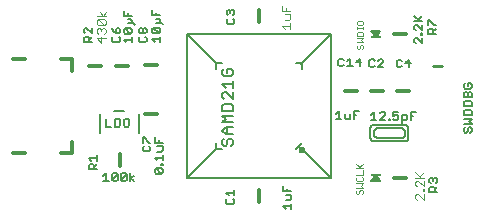
<source format=gto>
G75*
%MOIN*%
%OFA0B0*%
%FSLAX25Y25*%
%IPPOS*%
%LPD*%
%AMOC8*
5,1,8,0,0,1.08239X$1,22.5*
%
%ADD10C,0.00800*%
%ADD11C,0.01200*%
%ADD12C,0.00600*%
%ADD13C,0.00500*%
%ADD14R,0.03500X0.00750*%
%ADD15C,0.00400*%
%ADD16C,0.02362*%
%ADD17C,0.01000*%
%ADD18C,0.00300*%
%ADD19C,0.00200*%
D10*
X0042202Y0036610D02*
X0042202Y0042910D01*
X0047124Y0043894D02*
X0050273Y0043894D01*
X0055195Y0042910D02*
X0055195Y0036610D01*
X0071346Y0021400D02*
X0081346Y0031400D01*
X0081067Y0031120D02*
X0081067Y0033089D01*
X0083144Y0032832D02*
X0083144Y0033966D01*
X0083711Y0034533D01*
X0084845Y0033966D02*
X0085412Y0034533D01*
X0085979Y0034533D01*
X0086546Y0033966D01*
X0086546Y0032832D01*
X0085979Y0032264D01*
X0084845Y0032832D02*
X0084845Y0033966D01*
X0084845Y0032832D02*
X0084278Y0032264D01*
X0083711Y0032264D01*
X0083144Y0032832D01*
X0083035Y0031120D02*
X0081067Y0031120D01*
X0084278Y0036132D02*
X0083144Y0037266D01*
X0084278Y0038400D01*
X0086546Y0038400D01*
X0084845Y0038400D02*
X0084845Y0036132D01*
X0084278Y0036132D02*
X0086546Y0036132D01*
X0086546Y0039999D02*
X0083144Y0039999D01*
X0084278Y0041133D01*
X0083144Y0042268D01*
X0086546Y0042268D01*
X0086546Y0043866D02*
X0086546Y0045568D01*
X0085979Y0046135D01*
X0083711Y0046135D01*
X0083144Y0045568D01*
X0083144Y0043866D01*
X0086546Y0043866D01*
X0086546Y0047734D02*
X0084278Y0050002D01*
X0083711Y0050002D01*
X0083144Y0049435D01*
X0083144Y0048301D01*
X0083711Y0047734D01*
X0086546Y0047734D02*
X0086546Y0050002D01*
X0086546Y0051601D02*
X0086546Y0053870D01*
X0086546Y0052735D02*
X0083144Y0052735D01*
X0084278Y0051601D01*
X0083711Y0055468D02*
X0083144Y0056035D01*
X0083144Y0057170D01*
X0083711Y0057737D01*
X0084845Y0057737D02*
X0084845Y0056603D01*
X0084845Y0057737D02*
X0085979Y0057737D01*
X0086546Y0057170D01*
X0086546Y0056035D01*
X0085979Y0055468D01*
X0083711Y0055468D01*
X0081067Y0057711D02*
X0081067Y0059680D01*
X0083035Y0059680D01*
X0081346Y0059400D02*
X0071346Y0069400D01*
X0071346Y0021400D01*
X0119346Y0021400D01*
X0119346Y0069400D01*
X0071346Y0069400D01*
X0107657Y0059680D02*
X0109626Y0059680D01*
X0109626Y0057711D01*
X0109346Y0059400D02*
X0119346Y0069400D01*
X0109626Y0033089D02*
X0107657Y0031120D01*
X0109346Y0031400D02*
X0119346Y0021400D01*
D11*
X0140346Y0021400D02*
X0144346Y0021400D01*
X0095338Y0017400D02*
X0095338Y0013400D01*
X0048910Y0025336D02*
X0048910Y0029336D01*
X0033157Y0029652D02*
X0033157Y0033589D01*
X0033157Y0029652D02*
X0029220Y0029652D01*
X0017409Y0029652D02*
X0013472Y0029652D01*
X0057346Y0042679D02*
X0061346Y0042679D01*
X0033157Y0057211D02*
X0033157Y0061148D01*
X0033086Y0061120D02*
X0029220Y0061120D01*
X0029220Y0061148D01*
X0038846Y0058900D02*
X0042846Y0058900D01*
X0047625Y0058948D02*
X0051625Y0058948D01*
X0057346Y0059152D02*
X0061346Y0059152D01*
X0095346Y0073400D02*
X0095346Y0077400D01*
X0140346Y0069400D02*
X0144346Y0069400D01*
X0145220Y0050462D02*
X0141220Y0050462D01*
X0136602Y0050408D02*
X0132602Y0050408D01*
X0127878Y0050608D02*
X0123878Y0050608D01*
X0017409Y0061148D02*
X0013472Y0061148D01*
D12*
X0038608Y0025619D02*
X0038608Y0024317D01*
X0041210Y0024317D01*
X0040343Y0024317D02*
X0040343Y0025619D01*
X0039909Y0026052D01*
X0039042Y0026052D01*
X0038608Y0025619D01*
X0040343Y0025185D02*
X0041210Y0026052D01*
X0041210Y0027264D02*
X0041210Y0028999D01*
X0041210Y0028131D02*
X0038608Y0028131D01*
X0039476Y0027264D01*
X0056583Y0030741D02*
X0057017Y0030307D01*
X0058752Y0030307D01*
X0059185Y0030741D01*
X0059185Y0031608D01*
X0058752Y0032042D01*
X0058752Y0033253D02*
X0059185Y0033253D01*
X0058752Y0033253D02*
X0057017Y0034988D01*
X0056583Y0034988D01*
X0056583Y0033253D01*
X0057017Y0032042D02*
X0056583Y0031608D01*
X0056583Y0030741D01*
X0051560Y0038560D02*
X0050693Y0038560D01*
X0050259Y0038994D01*
X0050259Y0040729D01*
X0050693Y0041162D01*
X0051560Y0041162D01*
X0051994Y0040729D01*
X0051994Y0038994D01*
X0051560Y0038560D01*
X0049047Y0038994D02*
X0049047Y0040729D01*
X0048614Y0041162D01*
X0047313Y0041162D01*
X0047313Y0038560D01*
X0048614Y0038560D01*
X0049047Y0038994D01*
X0046101Y0038560D02*
X0044366Y0038560D01*
X0044366Y0041162D01*
X0084408Y0016567D02*
X0087010Y0016567D01*
X0087010Y0015700D02*
X0087010Y0017435D01*
X0085276Y0015700D02*
X0084408Y0016567D01*
X0084842Y0014488D02*
X0084408Y0014055D01*
X0084408Y0013187D01*
X0084842Y0012753D01*
X0086577Y0012753D01*
X0087010Y0013187D01*
X0087010Y0014055D01*
X0086577Y0014488D01*
X0132846Y0020400D02*
X0135846Y0020400D01*
X0134346Y0022400D01*
X0132846Y0020400D01*
X0133139Y0020790D02*
X0135554Y0020790D01*
X0135105Y0021389D02*
X0133588Y0021389D01*
X0134037Y0021987D02*
X0134656Y0021987D01*
X0152144Y0021055D02*
X0152144Y0020187D01*
X0152578Y0019753D01*
X0152578Y0018542D02*
X0153445Y0018542D01*
X0153879Y0018108D01*
X0153879Y0016807D01*
X0153879Y0017674D02*
X0154746Y0018542D01*
X0154313Y0019753D02*
X0154746Y0020187D01*
X0154746Y0021055D01*
X0154313Y0021488D01*
X0153879Y0021488D01*
X0153445Y0021055D01*
X0153445Y0020621D01*
X0153445Y0021055D02*
X0153012Y0021488D01*
X0152578Y0021488D01*
X0152144Y0021055D01*
X0152578Y0018542D02*
X0152144Y0018108D01*
X0152144Y0016807D01*
X0154746Y0016807D01*
X0164078Y0036560D02*
X0164512Y0036560D01*
X0164945Y0036994D01*
X0164945Y0037862D01*
X0165379Y0038295D01*
X0165813Y0038295D01*
X0166246Y0037862D01*
X0166246Y0036994D01*
X0165813Y0036560D01*
X0164078Y0036560D02*
X0163644Y0036994D01*
X0163644Y0037862D01*
X0164078Y0038295D01*
X0163644Y0039507D02*
X0166246Y0039507D01*
X0165379Y0040374D01*
X0166246Y0041242D01*
X0163644Y0041242D01*
X0163644Y0042453D02*
X0163644Y0043755D01*
X0164078Y0044188D01*
X0165813Y0044188D01*
X0166246Y0043755D01*
X0166246Y0042453D01*
X0163644Y0042453D01*
X0163644Y0045400D02*
X0163644Y0046701D01*
X0164078Y0047135D01*
X0165813Y0047135D01*
X0166246Y0046701D01*
X0166246Y0045400D01*
X0163644Y0045400D01*
X0163644Y0048347D02*
X0163644Y0049648D01*
X0164078Y0050081D01*
X0164512Y0050081D01*
X0164945Y0049648D01*
X0164945Y0048347D01*
X0164945Y0049648D02*
X0165379Y0050081D01*
X0165813Y0050081D01*
X0166246Y0049648D01*
X0166246Y0048347D01*
X0163644Y0048347D01*
X0164078Y0051293D02*
X0165813Y0051293D01*
X0166246Y0051727D01*
X0166246Y0052594D01*
X0165813Y0053028D01*
X0164945Y0053028D01*
X0164945Y0052160D01*
X0164078Y0051293D02*
X0163644Y0051727D01*
X0163644Y0052594D01*
X0164078Y0053028D01*
X0145890Y0059627D02*
X0144155Y0059627D01*
X0145456Y0060928D01*
X0145456Y0058326D01*
X0142943Y0058760D02*
X0142510Y0058326D01*
X0141642Y0058326D01*
X0141208Y0058760D01*
X0141208Y0060495D01*
X0141642Y0060928D01*
X0142510Y0060928D01*
X0142943Y0060495D01*
X0136836Y0060613D02*
X0136402Y0061046D01*
X0135535Y0061046D01*
X0135101Y0060613D01*
X0133889Y0060613D02*
X0133456Y0061046D01*
X0132588Y0061046D01*
X0132154Y0060613D01*
X0132154Y0058878D01*
X0132588Y0058444D01*
X0133456Y0058444D01*
X0133889Y0058878D01*
X0135101Y0058444D02*
X0136836Y0060179D01*
X0136836Y0060613D01*
X0136836Y0058444D02*
X0135101Y0058444D01*
X0129482Y0059970D02*
X0127747Y0059970D01*
X0129049Y0061271D01*
X0129049Y0058669D01*
X0126536Y0058669D02*
X0124801Y0058669D01*
X0125668Y0058669D02*
X0125668Y0061271D01*
X0124801Y0060404D01*
X0123589Y0060837D02*
X0123156Y0061271D01*
X0122288Y0061271D01*
X0121854Y0060837D01*
X0121854Y0059102D01*
X0122288Y0058669D01*
X0123156Y0058669D01*
X0123589Y0059102D01*
X0134346Y0068400D02*
X0132846Y0070400D01*
X0135846Y0070400D01*
X0134346Y0068400D01*
X0134143Y0068671D02*
X0134550Y0068671D01*
X0134999Y0069270D02*
X0133694Y0069270D01*
X0133245Y0069868D02*
X0135447Y0069868D01*
X0151596Y0069432D02*
X0151596Y0070733D01*
X0152030Y0071167D01*
X0152897Y0071167D01*
X0153331Y0070733D01*
X0153331Y0069432D01*
X0153331Y0070299D02*
X0154198Y0071167D01*
X0154198Y0072379D02*
X0153765Y0072379D01*
X0152030Y0074113D01*
X0151596Y0074113D01*
X0151596Y0072379D01*
X0151596Y0069432D02*
X0154198Y0069432D01*
X0087146Y0073187D02*
X0087146Y0074055D01*
X0086713Y0074488D01*
X0086713Y0075700D02*
X0087146Y0076134D01*
X0087146Y0077001D01*
X0086713Y0077435D01*
X0086279Y0077435D01*
X0085845Y0077001D01*
X0085845Y0076567D01*
X0085845Y0077001D02*
X0085412Y0077435D01*
X0084978Y0077435D01*
X0084544Y0077001D01*
X0084544Y0076134D01*
X0084978Y0075700D01*
X0084978Y0074488D02*
X0084544Y0074055D01*
X0084544Y0073187D01*
X0084978Y0072753D01*
X0086713Y0072753D01*
X0087146Y0073187D01*
X0057947Y0070948D02*
X0057947Y0070080D01*
X0057514Y0069647D01*
X0057080Y0069647D01*
X0056646Y0070080D01*
X0056646Y0070948D01*
X0057080Y0071381D01*
X0057514Y0071381D01*
X0057947Y0070948D01*
X0056646Y0070948D02*
X0056213Y0071381D01*
X0055779Y0071381D01*
X0055345Y0070948D01*
X0055345Y0070080D01*
X0055779Y0069647D01*
X0056213Y0069647D01*
X0056646Y0070080D01*
X0055779Y0068435D02*
X0055345Y0068001D01*
X0055345Y0067134D01*
X0055779Y0066700D01*
X0057514Y0066700D01*
X0057947Y0067134D01*
X0057947Y0068001D01*
X0057514Y0068435D01*
X0049022Y0068001D02*
X0049022Y0067134D01*
X0048588Y0066700D01*
X0046853Y0066700D01*
X0046420Y0067134D01*
X0046420Y0068001D01*
X0046853Y0068435D01*
X0047721Y0069647D02*
X0047721Y0070948D01*
X0048154Y0071381D01*
X0048588Y0071381D01*
X0049022Y0070948D01*
X0049022Y0070080D01*
X0048588Y0069647D01*
X0047721Y0069647D01*
X0046853Y0070514D01*
X0046420Y0071381D01*
X0048588Y0068435D02*
X0049022Y0068001D01*
X0039546Y0068435D02*
X0038679Y0067567D01*
X0038679Y0068001D02*
X0038679Y0066700D01*
X0039546Y0066700D02*
X0036944Y0066700D01*
X0036944Y0068001D01*
X0037378Y0068435D01*
X0038245Y0068435D01*
X0038679Y0068001D01*
X0039546Y0069647D02*
X0037812Y0071381D01*
X0037378Y0071381D01*
X0036944Y0070948D01*
X0036944Y0070080D01*
X0037378Y0069647D01*
X0039546Y0069647D02*
X0039546Y0071381D01*
D13*
X0050267Y0070948D02*
X0050267Y0070047D01*
X0050718Y0069597D01*
X0052519Y0069597D01*
X0050718Y0071398D01*
X0052519Y0071398D01*
X0052969Y0070948D01*
X0052969Y0070047D01*
X0052519Y0069597D01*
X0052969Y0068452D02*
X0052969Y0066650D01*
X0052969Y0067551D02*
X0050267Y0067551D01*
X0051168Y0066650D01*
X0050267Y0070948D02*
X0050718Y0071398D01*
X0051618Y0072993D02*
X0052519Y0072993D01*
X0053420Y0072993D01*
X0053870Y0072543D01*
X0052969Y0073444D02*
X0052969Y0073894D01*
X0052519Y0074345D01*
X0051618Y0074345D01*
X0051618Y0075490D02*
X0051618Y0076390D01*
X0050267Y0075490D02*
X0050267Y0077291D01*
X0050267Y0075490D02*
X0052969Y0075490D01*
X0052969Y0073444D02*
X0052519Y0072993D01*
X0059684Y0071100D02*
X0060135Y0071550D01*
X0061936Y0069749D01*
X0062387Y0070199D01*
X0062387Y0071100D01*
X0061936Y0071550D01*
X0060135Y0071550D01*
X0059684Y0071100D02*
X0059684Y0070199D01*
X0060135Y0069749D01*
X0061936Y0069749D01*
X0062387Y0068604D02*
X0062387Y0066802D01*
X0062387Y0067703D02*
X0059684Y0067703D01*
X0060585Y0066802D01*
X0061035Y0073146D02*
X0061936Y0073146D01*
X0062837Y0073146D01*
X0063287Y0072695D01*
X0062387Y0073596D02*
X0062387Y0074046D01*
X0061936Y0074497D01*
X0061035Y0074497D01*
X0061035Y0075642D02*
X0061035Y0076543D01*
X0059684Y0075642D02*
X0059684Y0077443D01*
X0059684Y0075642D02*
X0062387Y0075642D01*
X0062387Y0073596D02*
X0061936Y0073146D01*
X0121049Y0042783D02*
X0121950Y0043684D01*
X0121950Y0040981D01*
X0122850Y0040981D02*
X0121049Y0040981D01*
X0123995Y0041432D02*
X0123995Y0042783D01*
X0123995Y0041432D02*
X0124446Y0040981D01*
X0125797Y0040981D01*
X0125797Y0042783D01*
X0126942Y0042332D02*
X0127843Y0042332D01*
X0126942Y0040981D02*
X0126942Y0043684D01*
X0128743Y0043684D01*
X0132658Y0042578D02*
X0133559Y0043478D01*
X0133559Y0040776D01*
X0132658Y0040776D02*
X0134460Y0040776D01*
X0135605Y0040776D02*
X0137407Y0042578D01*
X0137407Y0043028D01*
X0136956Y0043478D01*
X0136055Y0043478D01*
X0135605Y0043028D01*
X0138551Y0041226D02*
X0139002Y0041226D01*
X0139002Y0040776D01*
X0138551Y0040776D01*
X0138551Y0041226D01*
X0137407Y0040776D02*
X0135605Y0040776D01*
X0133597Y0039244D02*
X0143968Y0039244D01*
X0144033Y0039242D01*
X0144097Y0039236D01*
X0144161Y0039227D01*
X0144225Y0039214D01*
X0144287Y0039197D01*
X0144349Y0039177D01*
X0144409Y0039153D01*
X0144468Y0039126D01*
X0144525Y0039095D01*
X0144580Y0039061D01*
X0144633Y0039024D01*
X0144683Y0038984D01*
X0144732Y0038941D01*
X0144778Y0038895D01*
X0144821Y0038846D01*
X0144861Y0038796D01*
X0144898Y0038743D01*
X0144932Y0038688D01*
X0144963Y0038631D01*
X0144990Y0038572D01*
X0145014Y0038512D01*
X0145034Y0038450D01*
X0145051Y0038388D01*
X0145064Y0038324D01*
X0145073Y0038260D01*
X0145079Y0038196D01*
X0145081Y0038131D01*
X0145082Y0038131D02*
X0145082Y0034612D01*
X0145081Y0034612D02*
X0145079Y0034554D01*
X0145073Y0034497D01*
X0145064Y0034440D01*
X0145051Y0034384D01*
X0145034Y0034329D01*
X0145014Y0034275D01*
X0144990Y0034223D01*
X0144963Y0034172D01*
X0144933Y0034123D01*
X0144899Y0034076D01*
X0144863Y0034032D01*
X0144823Y0033990D01*
X0144781Y0033950D01*
X0144737Y0033914D01*
X0144690Y0033880D01*
X0144641Y0033850D01*
X0144590Y0033823D01*
X0144538Y0033799D01*
X0144484Y0033779D01*
X0144429Y0033762D01*
X0144373Y0033749D01*
X0144316Y0033740D01*
X0144259Y0033734D01*
X0144201Y0033732D01*
X0133728Y0033732D01*
X0133658Y0033734D01*
X0133589Y0033740D01*
X0133519Y0033750D01*
X0133451Y0033763D01*
X0133383Y0033781D01*
X0133317Y0033802D01*
X0133252Y0033827D01*
X0133188Y0033855D01*
X0133126Y0033887D01*
X0133066Y0033923D01*
X0133008Y0033962D01*
X0132952Y0034004D01*
X0132898Y0034049D01*
X0132848Y0034097D01*
X0132800Y0034147D01*
X0132755Y0034201D01*
X0132713Y0034257D01*
X0132674Y0034315D01*
X0132638Y0034375D01*
X0132606Y0034437D01*
X0132578Y0034501D01*
X0132553Y0034566D01*
X0132532Y0034632D01*
X0132514Y0034700D01*
X0132501Y0034768D01*
X0132491Y0034838D01*
X0132485Y0034907D01*
X0132483Y0034977D01*
X0132483Y0038131D01*
X0132484Y0038131D02*
X0132486Y0038196D01*
X0132492Y0038260D01*
X0132501Y0038324D01*
X0132514Y0038388D01*
X0132531Y0038450D01*
X0132551Y0038512D01*
X0132575Y0038572D01*
X0132602Y0038631D01*
X0132633Y0038688D01*
X0132667Y0038743D01*
X0132704Y0038796D01*
X0132744Y0038846D01*
X0132787Y0038895D01*
X0132833Y0038941D01*
X0132882Y0038984D01*
X0132932Y0039024D01*
X0132985Y0039061D01*
X0133041Y0039095D01*
X0133097Y0039126D01*
X0133156Y0039153D01*
X0133216Y0039177D01*
X0133278Y0039197D01*
X0133340Y0039214D01*
X0133404Y0039227D01*
X0133468Y0039236D01*
X0133532Y0039242D01*
X0133597Y0039244D01*
X0134845Y0038063D02*
X0142719Y0038063D01*
X0142719Y0038064D02*
X0142779Y0038074D01*
X0142839Y0038080D01*
X0142900Y0038083D01*
X0142960Y0038082D01*
X0143021Y0038078D01*
X0143081Y0038069D01*
X0143140Y0038058D01*
X0143199Y0038042D01*
X0143257Y0038023D01*
X0143313Y0038001D01*
X0143368Y0037975D01*
X0143421Y0037946D01*
X0143473Y0037914D01*
X0143522Y0037879D01*
X0143570Y0037841D01*
X0143614Y0037800D01*
X0143657Y0037757D01*
X0143696Y0037711D01*
X0143733Y0037663D01*
X0143767Y0037612D01*
X0143797Y0037560D01*
X0143825Y0037506D01*
X0143849Y0037450D01*
X0143870Y0037393D01*
X0143887Y0037335D01*
X0143901Y0037276D01*
X0143901Y0037275D02*
X0143901Y0036094D01*
X0143900Y0036094D02*
X0143911Y0036034D01*
X0143917Y0035974D01*
X0143920Y0035913D01*
X0143919Y0035853D01*
X0143915Y0035792D01*
X0143906Y0035732D01*
X0143895Y0035673D01*
X0143879Y0035614D01*
X0143860Y0035557D01*
X0143838Y0035500D01*
X0143813Y0035445D01*
X0143784Y0035392D01*
X0143752Y0035341D01*
X0143716Y0035291D01*
X0143678Y0035244D01*
X0143638Y0035199D01*
X0143594Y0035157D01*
X0143548Y0035117D01*
X0143500Y0035081D01*
X0143450Y0035047D01*
X0143397Y0035016D01*
X0143343Y0034989D01*
X0143288Y0034965D01*
X0143231Y0034944D01*
X0143172Y0034927D01*
X0143113Y0034913D01*
X0134845Y0034913D01*
X0134846Y0034914D02*
X0134777Y0034916D01*
X0134709Y0034922D01*
X0134641Y0034932D01*
X0134573Y0034946D01*
X0134507Y0034964D01*
X0134442Y0034985D01*
X0134378Y0035011D01*
X0134316Y0035040D01*
X0134255Y0035072D01*
X0134197Y0035108D01*
X0134141Y0035148D01*
X0134087Y0035190D01*
X0134036Y0035236D01*
X0133987Y0035285D01*
X0133941Y0035336D01*
X0133899Y0035390D01*
X0133859Y0035446D01*
X0133823Y0035504D01*
X0133791Y0035565D01*
X0133762Y0035627D01*
X0133736Y0035691D01*
X0133715Y0035756D01*
X0133697Y0035822D01*
X0133683Y0035890D01*
X0133673Y0035958D01*
X0133667Y0036026D01*
X0133665Y0036095D01*
X0133664Y0036094D02*
X0133664Y0036882D01*
X0133666Y0036948D01*
X0133671Y0037014D01*
X0133681Y0037080D01*
X0133694Y0037145D01*
X0133710Y0037209D01*
X0133730Y0037272D01*
X0133754Y0037334D01*
X0133781Y0037394D01*
X0133811Y0037453D01*
X0133845Y0037510D01*
X0133882Y0037565D01*
X0133922Y0037618D01*
X0133964Y0037669D01*
X0134010Y0037717D01*
X0134058Y0037763D01*
X0134109Y0037805D01*
X0134162Y0037845D01*
X0134217Y0037882D01*
X0134274Y0037916D01*
X0134333Y0037946D01*
X0134393Y0037973D01*
X0134455Y0037997D01*
X0134518Y0038017D01*
X0134582Y0038033D01*
X0134647Y0038046D01*
X0134713Y0038056D01*
X0134779Y0038061D01*
X0134845Y0038063D01*
X0140025Y0041226D02*
X0140475Y0040776D01*
X0141376Y0040776D01*
X0141826Y0041226D01*
X0141826Y0042127D01*
X0141376Y0042578D01*
X0140926Y0042578D01*
X0140025Y0042127D01*
X0140025Y0043478D01*
X0141826Y0043478D01*
X0142971Y0042578D02*
X0144322Y0042578D01*
X0144773Y0042127D01*
X0144773Y0041226D01*
X0144322Y0040776D01*
X0142971Y0040776D01*
X0142971Y0039875D02*
X0142971Y0042578D01*
X0145918Y0042127D02*
X0146819Y0042127D01*
X0145918Y0043478D02*
X0147719Y0043478D01*
X0145918Y0043478D02*
X0145918Y0040776D01*
X0106060Y0016979D02*
X0103358Y0016979D01*
X0103358Y0018781D01*
X0104709Y0017880D02*
X0104709Y0016979D01*
X0104259Y0015834D02*
X0106060Y0015834D01*
X0106060Y0014483D01*
X0105610Y0014033D01*
X0104259Y0014033D01*
X0106060Y0012888D02*
X0106060Y0011086D01*
X0106060Y0011987D02*
X0103358Y0011987D01*
X0104259Y0011086D01*
X0063235Y0023341D02*
X0062785Y0022891D01*
X0060983Y0024692D01*
X0062785Y0024692D01*
X0063235Y0024242D01*
X0063235Y0023341D01*
X0062785Y0022891D02*
X0060983Y0022891D01*
X0060533Y0023341D01*
X0060533Y0024242D01*
X0060983Y0024692D01*
X0062785Y0025837D02*
X0062785Y0026288D01*
X0063235Y0026288D01*
X0063235Y0025837D01*
X0062785Y0025837D01*
X0063235Y0027310D02*
X0063235Y0029112D01*
X0063235Y0028211D02*
X0060533Y0028211D01*
X0061434Y0027310D01*
X0061434Y0030257D02*
X0062785Y0030257D01*
X0063235Y0030707D01*
X0063235Y0032059D01*
X0061434Y0032059D01*
X0061884Y0033203D02*
X0061884Y0034104D01*
X0060533Y0033203D02*
X0060533Y0035005D01*
X0060533Y0033203D02*
X0063235Y0033203D01*
X0053704Y0022288D02*
X0052353Y0021387D01*
X0053704Y0020486D01*
X0052353Y0020486D02*
X0052353Y0023188D01*
X0051208Y0022738D02*
X0049406Y0020936D01*
X0049856Y0020486D01*
X0050757Y0020486D01*
X0051208Y0020936D01*
X0051208Y0022738D01*
X0050757Y0023188D01*
X0049856Y0023188D01*
X0049406Y0022738D01*
X0049406Y0020936D01*
X0048261Y0020936D02*
X0047811Y0020486D01*
X0046910Y0020486D01*
X0046459Y0020936D01*
X0048261Y0022738D01*
X0048261Y0020936D01*
X0046459Y0020936D02*
X0046459Y0022738D01*
X0046910Y0023188D01*
X0047811Y0023188D01*
X0048261Y0022738D01*
X0045314Y0020486D02*
X0043513Y0020486D01*
X0044414Y0020486D02*
X0044414Y0023188D01*
X0043513Y0022288D01*
X0147094Y0066788D02*
X0147545Y0066337D01*
X0147094Y0066788D02*
X0147094Y0067688D01*
X0147545Y0068139D01*
X0147995Y0068139D01*
X0149796Y0066337D01*
X0149796Y0068139D01*
X0149796Y0069284D02*
X0149796Y0069734D01*
X0149346Y0069734D01*
X0149346Y0069284D01*
X0149796Y0069284D01*
X0149796Y0070757D02*
X0147995Y0072559D01*
X0147545Y0072559D01*
X0147094Y0072108D01*
X0147094Y0071207D01*
X0147545Y0070757D01*
X0149796Y0070757D02*
X0149796Y0072559D01*
X0149796Y0073703D02*
X0147094Y0073703D01*
X0148445Y0074154D02*
X0149796Y0075505D01*
X0148896Y0073703D02*
X0147094Y0075505D01*
D14*
X0134346Y0068472D03*
X0134346Y0022328D03*
D15*
X0129732Y0064444D02*
X0130065Y0064777D01*
X0130065Y0065444D01*
X0129732Y0065778D01*
X0129398Y0065778D01*
X0129065Y0065444D01*
X0129065Y0064777D01*
X0128731Y0064444D01*
X0128397Y0064444D01*
X0128064Y0064777D01*
X0128064Y0065444D01*
X0128397Y0065778D01*
X0128064Y0066653D02*
X0130065Y0066653D01*
X0129398Y0067321D01*
X0130065Y0067988D01*
X0128064Y0067988D01*
X0128064Y0068863D02*
X0128064Y0069864D01*
X0128397Y0070198D01*
X0129732Y0070198D01*
X0130065Y0069864D01*
X0130065Y0068863D01*
X0128064Y0068863D01*
X0128064Y0071073D02*
X0128064Y0071740D01*
X0128064Y0071407D02*
X0130065Y0071407D01*
X0130065Y0071740D02*
X0130065Y0071073D01*
X0129732Y0072546D02*
X0128397Y0072546D01*
X0128064Y0072880D01*
X0128064Y0073547D01*
X0128397Y0073881D01*
X0129732Y0073881D01*
X0130065Y0073547D01*
X0130065Y0072880D01*
X0129732Y0072546D01*
D16*
X0109807Y0030939D03*
D17*
X0153327Y0058798D02*
X0156327Y0058798D01*
D18*
X0105796Y0071130D02*
X0105796Y0073065D01*
X0105796Y0072098D02*
X0102894Y0072098D01*
X0103861Y0071130D01*
X0103861Y0074077D02*
X0105313Y0074077D01*
X0105796Y0074560D01*
X0105796Y0076012D01*
X0103861Y0076012D01*
X0104345Y0077023D02*
X0104345Y0077991D01*
X0102894Y0078958D02*
X0102894Y0077023D01*
X0105796Y0077023D01*
X0044196Y0076841D02*
X0043229Y0075390D01*
X0042261Y0076841D01*
X0041294Y0075390D02*
X0044196Y0075390D01*
X0043713Y0074378D02*
X0041778Y0074378D01*
X0043713Y0072443D01*
X0044196Y0072927D01*
X0044196Y0073894D01*
X0043713Y0074378D01*
X0043713Y0072443D02*
X0041778Y0072443D01*
X0041294Y0072927D01*
X0041294Y0073894D01*
X0041778Y0074378D01*
X0041778Y0071431D02*
X0042261Y0071431D01*
X0042745Y0070948D01*
X0043229Y0071431D01*
X0043713Y0071431D01*
X0044196Y0070948D01*
X0044196Y0069980D01*
X0043713Y0069497D01*
X0042745Y0070464D02*
X0042745Y0070948D01*
X0041778Y0071431D02*
X0041294Y0070948D01*
X0041294Y0069980D01*
X0041778Y0069497D01*
X0042745Y0068485D02*
X0042745Y0066550D01*
X0041294Y0068001D01*
X0044196Y0068001D01*
X0147494Y0023538D02*
X0149429Y0021603D01*
X0148945Y0022087D02*
X0150396Y0023538D01*
X0150396Y0021603D02*
X0147494Y0021603D01*
X0147978Y0020592D02*
X0147494Y0020108D01*
X0147494Y0019141D01*
X0147978Y0018657D01*
X0148461Y0020592D02*
X0150396Y0018657D01*
X0150396Y0020592D01*
X0148461Y0020592D02*
X0147978Y0020592D01*
X0149913Y0017667D02*
X0150396Y0017667D01*
X0150396Y0017184D01*
X0149913Y0017184D01*
X0149913Y0017667D01*
X0150396Y0016172D02*
X0150396Y0014237D01*
X0148461Y0016172D01*
X0147978Y0016172D01*
X0147494Y0015688D01*
X0147494Y0014721D01*
X0147978Y0014237D01*
D19*
X0129946Y0016342D02*
X0129579Y0015975D01*
X0129946Y0016342D02*
X0129946Y0017076D01*
X0129579Y0017443D01*
X0129212Y0017443D01*
X0128846Y0017076D01*
X0128846Y0016342D01*
X0128479Y0015975D01*
X0128112Y0015975D01*
X0127745Y0016342D01*
X0127745Y0017076D01*
X0128112Y0017443D01*
X0127745Y0018185D02*
X0129946Y0018185D01*
X0129212Y0018919D01*
X0129946Y0019653D01*
X0127745Y0019653D01*
X0128112Y0020395D02*
X0129579Y0020395D01*
X0129946Y0020762D01*
X0129946Y0021496D01*
X0129579Y0021863D01*
X0129946Y0022605D02*
X0127745Y0022605D01*
X0128112Y0021863D02*
X0127745Y0021496D01*
X0127745Y0020762D01*
X0128112Y0020395D01*
X0129946Y0022605D02*
X0129946Y0024073D01*
X0129946Y0024815D02*
X0127745Y0024815D01*
X0128846Y0025182D02*
X0129946Y0026283D01*
X0129212Y0024815D02*
X0127745Y0026283D01*
M02*

</source>
